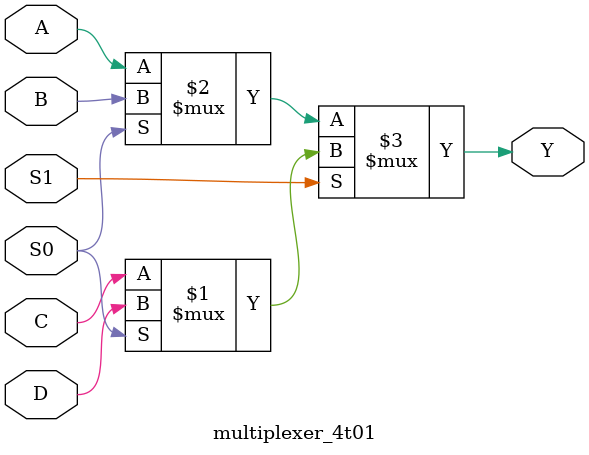
<source format=v>

module multiplexer_4t01(A,B,C,D,S1,S0,Y);

	input A,B,C,D,S0,S1;
	output Y;

assign Y = S1?(S0?D:C):(S0?B:A);

endmodule





</source>
